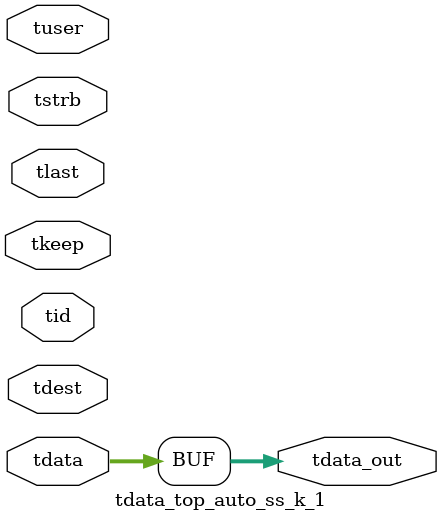
<source format=v>


`timescale 1ps/1ps

module tdata_top_auto_ss_k_1 #
(
parameter C_S_AXIS_TDATA_WIDTH = 32,
parameter C_S_AXIS_TUSER_WIDTH = 0,
parameter C_S_AXIS_TID_WIDTH   = 0,
parameter C_S_AXIS_TDEST_WIDTH = 0,
parameter C_M_AXIS_TDATA_WIDTH = 32
)
(
input  [(C_S_AXIS_TDATA_WIDTH == 0 ? 1 : C_S_AXIS_TDATA_WIDTH)-1:0     ] tdata,
input  [(C_S_AXIS_TUSER_WIDTH == 0 ? 1 : C_S_AXIS_TUSER_WIDTH)-1:0     ] tuser,
input  [(C_S_AXIS_TID_WIDTH   == 0 ? 1 : C_S_AXIS_TID_WIDTH)-1:0       ] tid,
input  [(C_S_AXIS_TDEST_WIDTH == 0 ? 1 : C_S_AXIS_TDEST_WIDTH)-1:0     ] tdest,
input  [(C_S_AXIS_TDATA_WIDTH/8)-1:0 ] tkeep,
input  [(C_S_AXIS_TDATA_WIDTH/8)-1:0 ] tstrb,
input                                                                    tlast,
output [C_M_AXIS_TDATA_WIDTH-1:0] tdata_out
);

assign tdata_out = {tdata[31:0]};

endmodule


</source>
